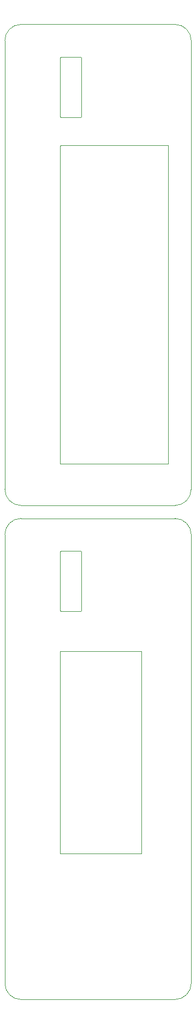
<source format=gbr>
G04 #@! TF.GenerationSoftware,KiCad,Pcbnew,(5.1.12)-1*
G04 #@! TF.CreationDate,2021-11-28T05:59:15+13:00*
G04 #@! TF.ProjectId,RGB-to-component-covers,5247422d-746f-42d6-936f-6d706f6e656e,rev?*
G04 #@! TF.SameCoordinates,Original*
G04 #@! TF.FileFunction,Profile,NP*
%FSLAX46Y46*%
G04 Gerber Fmt 4.6, Leading zero omitted, Abs format (unit mm)*
G04 Created by KiCad (PCBNEW (5.1.12)-1) date 2021-11-28 05:59:15*
%MOMM*%
%LPD*%
G01*
G04 APERTURE LIST*
G04 #@! TA.AperFunction,Profile*
%ADD10C,0.050000*%
G04 #@! TD*
G04 #@! TA.AperFunction,Profile*
%ADD11C,0.100000*%
G04 #@! TD*
G04 APERTURE END LIST*
D10*
X102400000Y-112150000D02*
G75*
G03*
X104900000Y-109650000I0J2500000D01*
G01*
X78500000Y-112150000D02*
G75*
G02*
X76000000Y-109650000I0J2500000D01*
G01*
X78500000Y-112150000D02*
X102400000Y-112150000D01*
X78500000Y-37850000D02*
X102400000Y-37850000D01*
X104900000Y-75000000D02*
X104900000Y-109650000D01*
X78500000Y-37850000D02*
G75*
G03*
X76000000Y-40350000I0J-2500000D01*
G01*
X104900000Y-75000000D02*
X104900000Y-40350000D01*
X76000000Y-75000000D02*
X76000000Y-109650000D01*
X76000000Y-75000000D02*
X76000000Y-40350000D01*
X102400000Y-37850000D02*
G75*
G02*
X104900000Y-40350000I0J-2500000D01*
G01*
D11*
X84600000Y-56600000D02*
X84700000Y-56500000D01*
X84600000Y-105700000D02*
X84600000Y-56600000D01*
X87800000Y-52200000D02*
X84700000Y-52200000D01*
X84700000Y-52200000D02*
X84600000Y-52100000D01*
X101250000Y-105750000D02*
X84650000Y-105750000D01*
X101250000Y-56500000D02*
X101300000Y-56550000D01*
X84700000Y-56500000D02*
X101250000Y-56500000D01*
X87900000Y-52100000D02*
X87800000Y-52200000D01*
X101300000Y-105700000D02*
X101250000Y-105750000D01*
X84600000Y-43000000D02*
X84700000Y-42900000D01*
X87800000Y-42900000D02*
X87900000Y-43000000D01*
X84650000Y-105750000D02*
X84600000Y-105700000D01*
X84700000Y-42900000D02*
X87800000Y-42900000D01*
X87900000Y-43000000D02*
X87900000Y-52100000D01*
X101300000Y-56550000D02*
X101300000Y-105700000D01*
X84600000Y-52100000D02*
X84600000Y-43000000D01*
X87900000Y-128400000D02*
X87800000Y-128500000D01*
X84600000Y-128400000D02*
X84600000Y-119300000D01*
X84700000Y-128500000D02*
X84600000Y-128400000D01*
X84700000Y-119200000D02*
X87800000Y-119200000D01*
X84600000Y-119300000D02*
X84700000Y-119200000D01*
X87900000Y-119300000D02*
X87900000Y-128400000D01*
X87800000Y-128500000D02*
X84700000Y-128500000D01*
X87800000Y-119200000D02*
X87900000Y-119300000D01*
D10*
X97200000Y-134700000D02*
X97200000Y-165900000D01*
X78500000Y-114150000D02*
G75*
G03*
X76000000Y-116650000I0J-2500000D01*
G01*
X78500000Y-114150000D02*
X102400000Y-114150000D01*
X78500000Y-188450000D02*
G75*
G02*
X76000000Y-185950000I0J2500000D01*
G01*
X84600000Y-165900000D02*
X84600000Y-134700000D01*
X102400000Y-114150000D02*
G75*
G02*
X104900000Y-116650000I0J-2500000D01*
G01*
X78500000Y-188450000D02*
X102400000Y-188450000D01*
X84600000Y-134700000D02*
X97200000Y-134700000D01*
X76000000Y-151300000D02*
X76000000Y-185950000D01*
X76000000Y-151300000D02*
X76000000Y-116650000D01*
X104900000Y-151300000D02*
X104900000Y-116650000D01*
X104900000Y-151300000D02*
X104900000Y-185950000D01*
X97200000Y-165900000D02*
X84600000Y-165900000D01*
X102400000Y-188450000D02*
G75*
G03*
X104900000Y-185950000I0J2500000D01*
G01*
M02*

</source>
